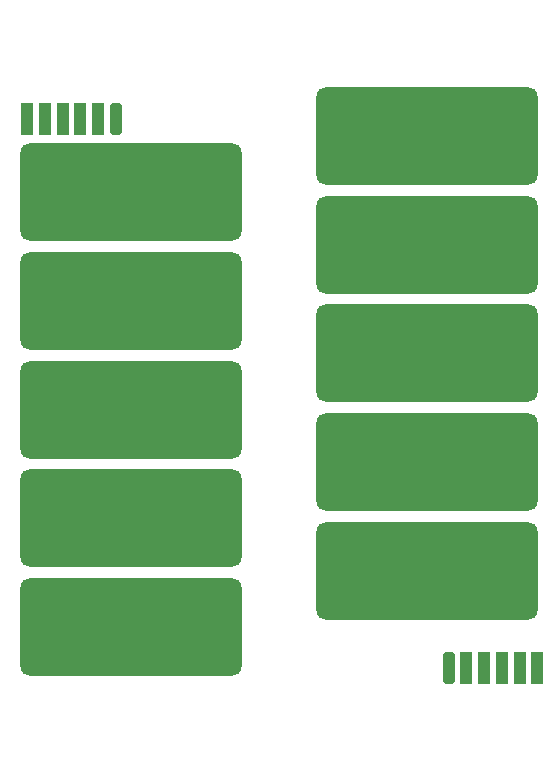
<source format=gbp>
G04*
G04 #@! TF.GenerationSoftware,Altium Limited,Altium Designer,21.4.1 (30)*
G04*
G04 Layer_Color=128*
%FSLAX44Y44*%
%MOMM*%
G71*
G04*
G04 #@! TF.SameCoordinates,D53256CB-C1F1-4DD1-8798-C7F680685F2F*
G04*
G04*
G04 #@! TF.FilePolarity,Positive*
G04*
G01*
G75*
%ADD30R,1.0000X2.7000*%
G04:AMPARAMS|DCode=82|XSize=1mm|YSize=2.7mm|CornerRadius=0.25mm|HoleSize=0mm|Usage=FLASHONLY|Rotation=0.000|XOffset=0mm|YOffset=0mm|HoleType=Round|Shape=RoundedRectangle|*
%AMROUNDEDRECTD82*
21,1,1.0000,2.2000,0,0,0.0*
21,1,0.5000,2.7000,0,0,0.0*
1,1,0.5000,0.2500,-1.1000*
1,1,0.5000,-0.2500,-1.1000*
1,1,0.5000,-0.2500,1.1000*
1,1,0.5000,0.2500,1.1000*
%
%ADD82ROUNDEDRECTD82*%
G04:AMPARAMS|DCode=83|XSize=18.75mm|YSize=8.3mm|CornerRadius=0.83mm|HoleSize=0mm|Usage=FLASHONLY|Rotation=0.000|XOffset=0mm|YOffset=0mm|HoleType=Round|Shape=RoundedRectangle|*
%AMROUNDEDRECTD83*
21,1,18.7500,6.6400,0,0,0.0*
21,1,17.0900,8.3000,0,0,0.0*
1,1,1.6600,8.5450,-3.3200*
1,1,1.6600,-8.5450,-3.3200*
1,1,1.6600,-8.5450,3.3200*
1,1,1.6600,8.5450,3.3200*
%
%ADD83ROUNDEDRECTD83*%
D30*
X1246485Y771571D02*
D03*
X1216485D02*
D03*
X1201485D02*
D03*
X859610Y1236000D02*
D03*
X829610D02*
D03*
X844610D02*
D03*
X874610D02*
D03*
X889610D02*
D03*
X1231485Y771571D02*
D03*
X1261485D02*
D03*
D82*
X1186485D02*
D03*
X904610Y1236000D02*
D03*
D83*
X917360Y1174040D02*
D03*
X917333Y805707D02*
D03*
Y898007D02*
D03*
Y989707D02*
D03*
Y1081708D02*
D03*
X1167867Y945792D02*
D03*
Y1037793D02*
D03*
Y1129493D02*
D03*
X1167840Y853760D02*
D03*
X1167867Y1221793D02*
D03*
M02*

</source>
